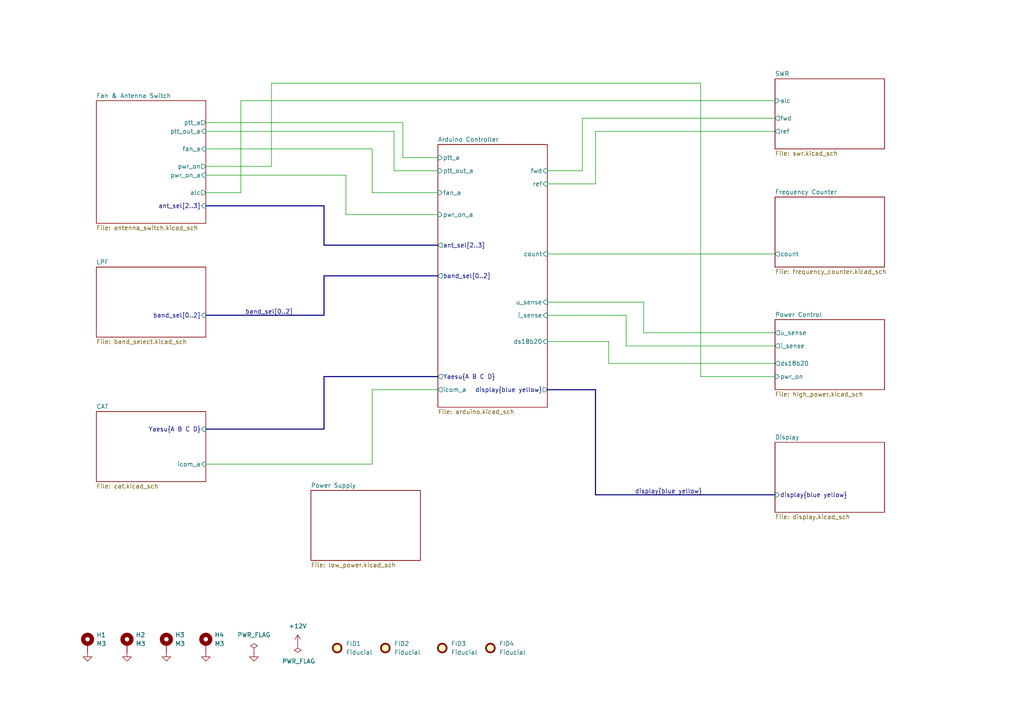
<source format=kicad_sch>
(kicad_sch (version 20230121) (generator eeschema)
  (paper "A4")
  (title_block (title "HF Linear Amplifier Controller") (date "2023-04-17") (rev "1.0") (company "S59MZ"))
  (lib_symbols
    (symbol "Mechanical:Fiducial"
      (property "Reference" "FID" (at 0 5.08 0))
      (property "Value" "Fiducial" (at 0 3.175 0))
      (symbol "Fiducial_0_1"
        (circle (center 0 0) (radius 1.27) (stroke (width 0.508)) (fill (type background)))
      )
    )
    (symbol "Mechanical:MountingHole_Pad" (pin_numbers hide) (pin_names (offset 1.016) hide)
      (property "Reference" "H" (at 0 6.35 0))
      (property "Value" "MountingHole_Pad" (at 0 4.445 0))
      (symbol "MountingHole_Pad_0_1"
        (circle (center 0 1.27) (radius 1.27) (stroke (width 1.27)))
      )
      (symbol "MountingHole_Pad_1_1"
        (pin input line (at 0 -2.54 90) (length 2.54) (name "1") (number "1"))
      )
    )
    (symbol "power:+12V" (power) (pin_names (offset 0))
      (property "Value" "+12V" (at 0 3.556 0))
      (symbol "+12V_0_1"
        (polyline (pts (xy -0.762 1.27) (xy 0 2.54)))
        (polyline (pts (xy 0 0) (xy 0 2.54)))
        (polyline (pts (xy 0 2.54) (xy 0.762 1.27)))
      )
      (symbol "+12V_1_1"
        (pin power_in line (at 0 0 90) (length 0) hide (name "+12V") (number "1"))
      )
    )
    (symbol "power:GND" (power) (pin_names (offset 0))
      (property "Value" "GND" (at 0 -3.81 0))
      (symbol "GND_0_1"
        (polyline (pts (xy 0 0) (xy 0 -1.27) (xy 1.27 -1.27) (xy 0 -2.54) (xy -1.27 -1.27) (xy 0 -1.27)))
      )
      (symbol "GND_1_1"
        (pin power_in line (at 0 0 270) (length 0) hide (name "GND") (number "1"))
      )
    )
    (symbol "power:PWR_FLAG" (power) (pin_numbers hide) (pin_names (offset 0) hide)
      (property "Value" "PWR_FLAG" (at 0 3.81 0))
      (symbol "PWR_FLAG_0_0"
        (pin power_out line (at 0 0 90) (length 0) (name "pwr") (number "1"))
      )
      (symbol "PWR_FLAG_0_1"
        (polyline (pts (xy 0 0) (xy 0 1.27) (xy -1.016 1.905) (xy 0 2.54) (xy 1.016 1.905) (xy 0 1.27)))
      )
    )
  )
  (wire (pts (xy 158.75 53.34) (xy 172.72 53.34)))
  (wire (pts (xy 181.61 91.44) (xy 181.61 100.33)))
  (wire (pts (xy 100.33 62.23) (xy 100.33 50.8)))
  (bus (pts (xy 158.75 113.03) (xy 172.72 113.03)))
  (wire (pts (xy 168.91 49.53) (xy 168.91 34.29)))
  (wire (pts (xy 176.53 99.06) (xy 176.53 105.41)))
  (wire (pts (xy 203.2 24.13) (xy 78.74 24.13)))
  (wire (pts (xy 186.69 87.63) (xy 186.69 96.52)))
  (wire (pts (xy 78.74 24.13) (xy 78.74 48.26)))
  (wire (pts (xy 116.84 35.56) (xy 116.84 45.72)))
  (wire (pts (xy 107.95 55.88) (xy 107.95 43.18)))
  (wire (pts (xy 107.95 43.18) (xy 59.69 43.18)))
  (wire (pts (xy 107.95 134.62) (xy 59.69 134.62)))
  (wire (pts (xy 158.75 49.53) (xy 168.91 49.53)))
  (wire (pts (xy 172.72 53.34) (xy 172.72 38.1)))
  (wire (pts (xy 114.3 49.53) (xy 114.3 38.1)))
  (wire (pts (xy 107.95 113.03) (xy 107.95 134.62)))
  (wire (pts (xy 158.75 99.06) (xy 176.53 99.06)))
  (wire (pts (xy 69.85 29.21) (xy 69.85 55.88)))
  (bus (pts (xy 93.98 91.44) (xy 59.69 91.44)))
  (bus (pts (xy 93.98 109.22) (xy 127 109.22)))
  (bus (pts (xy 93.98 80.01) (xy 93.98 91.44)))
  (wire (pts (xy 186.69 96.52) (xy 224.79 96.52)))
  (wire (pts (xy 114.3 38.1) (xy 59.69 38.1)))
  (wire (pts (xy 224.79 29.21) (xy 69.85 29.21)))
  (bus (pts (xy 93.98 124.46) (xy 93.98 109.22)))
  (wire (pts (xy 127 55.88) (xy 107.95 55.88)))
  (wire (pts (xy 224.79 109.22) (xy 203.2 109.22)))
  (wire (pts (xy 127 62.23) (xy 100.33 62.23)))
  (bus (pts (xy 93.98 71.12) (xy 93.98 59.69)))
  (bus (pts (xy 93.98 59.69) (xy 59.69 59.69)))
  (wire (pts (xy 158.75 73.66) (xy 224.79 73.66)))
  (wire (pts (xy 168.91 34.29) (xy 224.79 34.29)))
  (wire (pts (xy 127 49.53) (xy 114.3 49.53)))
  (wire (pts (xy 116.84 45.72) (xy 127 45.72)))
  (wire (pts (xy 158.75 87.63) (xy 186.69 87.63)))
  (wire (pts (xy 100.33 50.8) (xy 59.69 50.8)))
  (wire (pts (xy 158.75 91.44) (xy 181.61 91.44)))
  (bus (pts (xy 172.72 113.03) (xy 172.72 143.51)))
  (wire (pts (xy 127 113.03) (xy 107.95 113.03)))
  (wire (pts (xy 172.72 38.1) (xy 224.79 38.1)))
  (wire (pts (xy 176.53 105.41) (xy 224.79 105.41)))
  (wire (pts (xy 78.74 48.26) (xy 59.69 48.26)))
  (bus (pts (xy 59.69 124.46) (xy 93.98 124.46)))
  (bus (pts (xy 172.72 143.51) (xy 224.79 143.51)))
  (bus (pts (xy 127 80.01) (xy 93.98 80.01)))
  (wire (pts (xy 59.69 35.56) (xy 116.84 35.56)))
  (wire (pts (xy 69.85 55.88) (xy 59.69 55.88)))
  (bus (pts (xy 127 71.12) (xy 93.98 71.12)))
  (wire (pts (xy 203.2 109.22) (xy 203.2 24.13)))
  (wire (pts (xy 181.61 100.33) (xy 224.79 100.33)))
  (label "display{blue yellow}" (at 184.15 143.51 0))
  (label "band_sel[0..2]" (at 71.12 91.44 0))
  (symbol (lib_id "Mechanical:MountingHole_Pad") (at 48.26 186.69 0) (unit 1)
    (property "Reference" "H3" (at 50.8 184.1499 0) (effects (justify left)))
    (property "Value" "M3" (at 50.8 186.6899 0) (effects (justify left)))
    (property "Footprint" "MountingHole:MountingHole_3.2mm_M3_DIN965_Pad" (effects hide))
  )
  (symbol (lib_id "power:+12V") (at 86.36 186.69 0) (unit 1)
    (property "Reference" "#PWR031" (effects hide))
    (property "Value" "+12V" (at 86.36 181.61 0))
  )
  (symbol (lib_id "Mechanical:MountingHole_Pad") (at 36.83 186.69 0) (unit 1)
    (property "Reference" "H2" (at 39.37 184.1499 0) (effects (justify left)))
    (property "Value" "M3" (at 39.37 186.6899 0) (effects (justify left)))
    (property "Footprint" "MountingHole:MountingHole_3.2mm_M3_DIN965_Pad" (effects hide))
  )
  (symbol (lib_id "Mechanical:Fiducial") (at 128.27 187.96 0) (unit 1)
    (property "Reference" "FID3" (at 130.81 186.6899 0) (effects (justify left)))
    (property "Value" "Fiducial" (at 130.81 189.2299 0) (effects (justify left)))
    (property "Footprint" "Fiducial:Fiducial_1mm_Mask2mm" (effects hide))
  )
  (symbol (lib_id "Mechanical:Fiducial") (at 142.24 187.96 0) (unit 1)
    (property "Reference" "FID4" (at 144.78 186.6899 0) (effects (justify left)))
    (property "Value" "Fiducial" (at 144.78 189.2299 0) (effects (justify left)))
    (property "Footprint" "Fiducial:Fiducial_1mm_Mask2mm" (effects hide))
  )
  (symbol (lib_id "power:GND") (at 36.83 189.23 0) (unit 1)
    (property "Reference" "#PWR08" (effects hide))
    (property "Value" "GND" (effects hide))
  )
  (symbol (lib_id "power:PWR_FLAG") (at 86.36 186.69 0) (mirror x) (unit 1)
    (property "Reference" "#FLG02" (effects hide))
    (property "Value" "PWR_FLAG" (at 91.44 191.77 0) (effects (justify right)))
  )
  (symbol (lib_id "Mechanical:Fiducial") (at 97.79 187.96 0) (unit 1)
    (property "Reference" "FID1" (at 100.33 186.6899 0) (effects (justify left)))
    (property "Value" "Fiducial" (at 100.33 189.2299 0) (effects (justify left)))
    (property "Footprint" "Fiducial:Fiducial_1mm_Mask2mm" (effects hide))
  )
  (symbol (lib_id "power:GND") (at 48.26 189.23 0) (unit 1)
    (property "Reference" "#PWR013" (effects hide))
    (property "Value" "GND" (effects hide))
  )
  (symbol (lib_id "power:PWR_FLAG") (at 73.66 189.23 0) (unit 1)
    (property "Reference" "#FLG01" (effects hide))
    (property "Value" "PWR_FLAG" (at 73.66 184.15 0))
  )
  (symbol (lib_id "Mechanical:MountingHole_Pad") (at 59.69 186.69 0) (unit 1)
    (property "Reference" "H4" (at 62.23 184.1499 0) (effects (justify left)))
    (property "Value" "M3" (at 62.23 186.6899 0) (effects (justify left)))
    (property "Footprint" "MountingHole:MountingHole_3.2mm_M3_DIN965_Pad" (effects hide))
  )
  (symbol (lib_id "power:GND") (at 73.66 189.23 0) (unit 1)
    (property "Reference" "#PWR026" (effects hide))
    (property "Value" "GND" (effects hide))
  )
  (symbol (lib_id "Mechanical:Fiducial") (at 111.76 187.96 0) (unit 1)
    (property "Reference" "FID2" (at 114.3 186.6899 0) (effects (justify left)))
    (property "Value" "Fiducial" (at 114.3 189.2299 0) (effects (justify left)))
    (property "Footprint" "Fiducial:Fiducial_1mm_Mask2mm" (effects hide))
  )
  (symbol (lib_id "power:GND") (at 25.4 189.23 0) (unit 1)
    (property "Reference" "#PWR04" (effects hide))
    (property "Value" "GND" (effects hide))
  )
  (symbol (lib_id "Mechanical:MountingHole_Pad") (at 25.4 186.69 0) (unit 1)
    (property "Reference" "H1" (at 27.94 184.1499 0) (effects (justify left)))
    (property "Value" "M3" (at 27.94 186.6899 0) (effects (justify left)))
    (property "Footprint" "MountingHole:MountingHole_3.2mm_M3_DIN965_Pad" (effects hide))
  )
  (symbol (lib_id "power:GND") (at 59.69 189.23 0) (unit 1)
    (property "Reference" "#PWR017" (effects hide))
    (property "Value" "GND" (effects hide))
  )
  (sheet (at 27.94 77.47) (size 31.75 20.32) (stroke (width 0.1524))
    (property "Sheetname" "LPF" (at 27.94 76.7584 0) (effects (justify left bottom)))
    (property "Sheetfile" "band_select.kicad_sch" (at 27.94 98.3746 0) (effects (justify left top)))
    (pin "band_sel[0..2]" input (at 59.69 91.44 0))
  )
  (sheet (at 224.79 128.27) (size 31.75 20.32) (stroke (width 0.1524))
    (property "Sheetname" "Display" (at 224.79 127.5584 0) (effects (justify left bottom)))
    (property "Sheetfile" "display.kicad_sch" (at 224.79 149.1746 0) (effects (justify left top)))
    (pin "display{blue yellow}" input (at 224.79 143.51 180))
  )
  (sheet (at 224.79 92.71) (size 31.75 20.32) (stroke (width 0.1524))
    (property "Sheetname" "Power Control" (at 224.79 91.9984 0) (effects (justify left bottom)))
    (property "Sheetfile" "high_power.kicad_sch" (at 224.79 113.6146 0) (effects (justify left top)))
    (pin "pwr_on" input (at 224.79 109.22 180))
    (pin "ds18b20" output (at 224.79 105.41 180))
    (pin "i_sense" output (at 224.79 100.33 180))
    (pin "u_sense" output (at 224.79 96.52 180))
  )
  (sheet (at 224.79 22.86) (size 31.75 20.32) (stroke (width 0.1524))
    (property "Sheetname" "SWR" (at 224.79 22.1484 0) (effects (justify left bottom)))
    (property "Sheetfile" "swr.kicad_sch" (at 224.79 43.7646 0) (effects (justify left top)))
    (pin "ref" output (at 224.79 38.1 180))
    (pin "fwd" output (at 224.79 34.29 180))
    (pin "alc" input (at 224.79 29.21 180))
  )
  (sheet (at 224.79 57.15) (size 31.75 20.32) (stroke (width 0.1524))
    (property "Sheetname" "Frequency Counter" (at 224.79 56.4384 0) (effects (justify left bottom)))
    (property "Sheetfile" "frequency_counter.kicad_sch" (at 224.79 78.0546 0) (effects (justify left top)))
    (pin "count" output (at 224.79 73.66 180))
  )
  (sheet (at 90.17 142.24) (size 31.75 20.32) (stroke (width 0.1524))
    (property "Sheetname" "Power Supply" (at 90.17 141.5284 0) (effects (justify left bottom)))
    (property "Sheetfile" "low_power.kicad_sch" (at 90.17 163.1446 0) (effects (justify left top)))
  )
  (sheet (at 127 41.91) (size 31.75 76.2) (stroke (width 0.1524))
    (property "Sheetname" "Arduino Controller" (at 127 41.1984 0) (effects (justify left bottom)))
    (property "Sheetfile" "arduino.kicad_sch" (at 127 118.6946 0) (effects (justify left top)))
    (pin "ptt_out_a" input (at 127 49.53 180))
    (pin "pwr_on_a" input (at 127 62.23 180))
    (pin "icom_a" output (at 127 113.03 180))
    (pin "ptt_a" input (at 127 45.72 180))
    (pin "i_sense" input (at 158.75 91.44 0))
    (pin "u_sense" input (at 158.75 87.63 0))
    (pin "count" input (at 158.75 73.66 0))
    (pin "ds18b20" input (at 158.75 99.06 0))
    (pin "fan_a" input (at 127 55.88 180))
    (pin "display{blue yellow}" output (at 158.75 113.03 0))
    (pin "band_sel[0..2]" output (at 127 80.01 180))
    (pin "ant_sel[2..3]" output (at 127 71.12 180))
    (pin "Yaesu{A B C D}" output (at 127 109.22 180))
    (pin "ref" input (at 158.75 53.34 0))
    (pin "fwd" input (at 158.75 49.53 0))
  )
  (sheet (at 27.94 29.21) (size 31.75 35.56) (stroke (width 0.1524))
    (property "Sheetname" "Fan & Antenna Switch" (at 27.94 28.4984 0) (effects (justify left bottom)))
    (property "Sheetfile" "antenna_switch.kicad_sch" (at 27.94 65.3546 0) (effects (justify left top)))
    (pin "pwr_on" output (at 59.69 48.26 0))
    (pin "ptt_a" output (at 59.69 35.56 0))
    (pin "fan_a" input (at 59.69 43.18 0))
    (pin "pwr_on_a" input (at 59.69 50.8 0))
    (pin "ptt_out_a" input (at 59.69 38.1 0))
    (pin "alc" output (at 59.69 55.88 0))
    (pin "ant_sel[2..3]" input (at 59.69 59.69 0))
  )
  (sheet (at 27.94 119.38) (size 31.75 20.32) (stroke (width 0.1524))
    (property "Sheetname" "CAT" (at 27.94 118.6684 0) (effects (justify left bottom)))
    (property "Sheetfile" "cat.kicad_sch" (at 27.94 140.2846 0) (effects (justify left top)))
    (pin "icom_a" input (at 59.69 134.62 0))
    (pin "Yaesu{A B C D}" input (at 59.69 124.46 0))
  )
)
</source>
